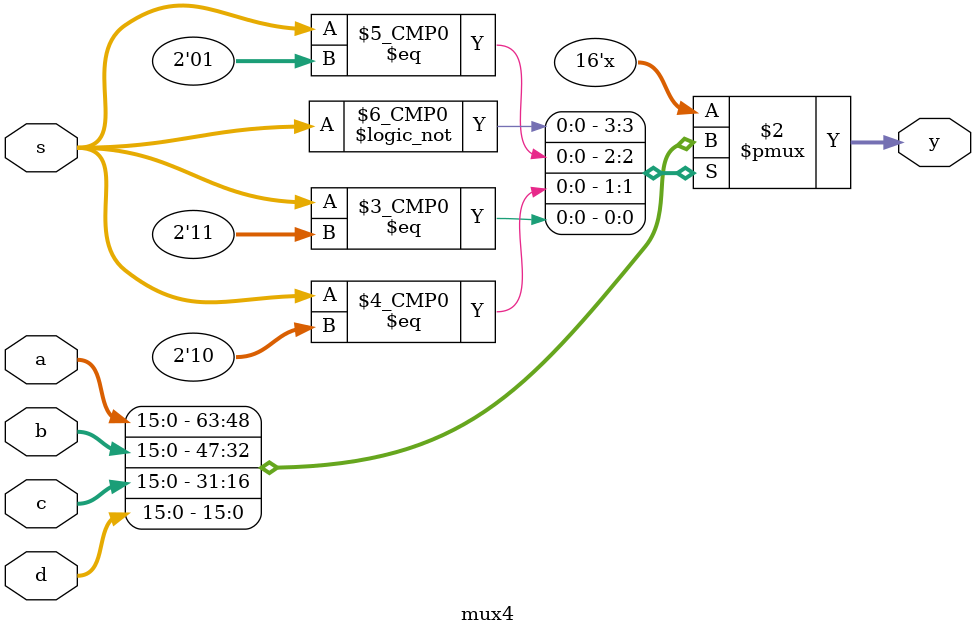
<source format=sv>
module mux4(
    input logic [15:0] a, b, c, d,
    input logic [1:0] s,
    output logic [15:0] y
);

    always_comb
        case(s)
            2'b00: y = a;
            2'b01: y = b;
            2'b10: y = c;
            2'b11: y = d;
            default: y = a;
        endcase

    // code for 2:1 mux from before
    // assign y = s ? a : b; // if s = 1, then y = a, else y = b
    
endmodule

</source>
